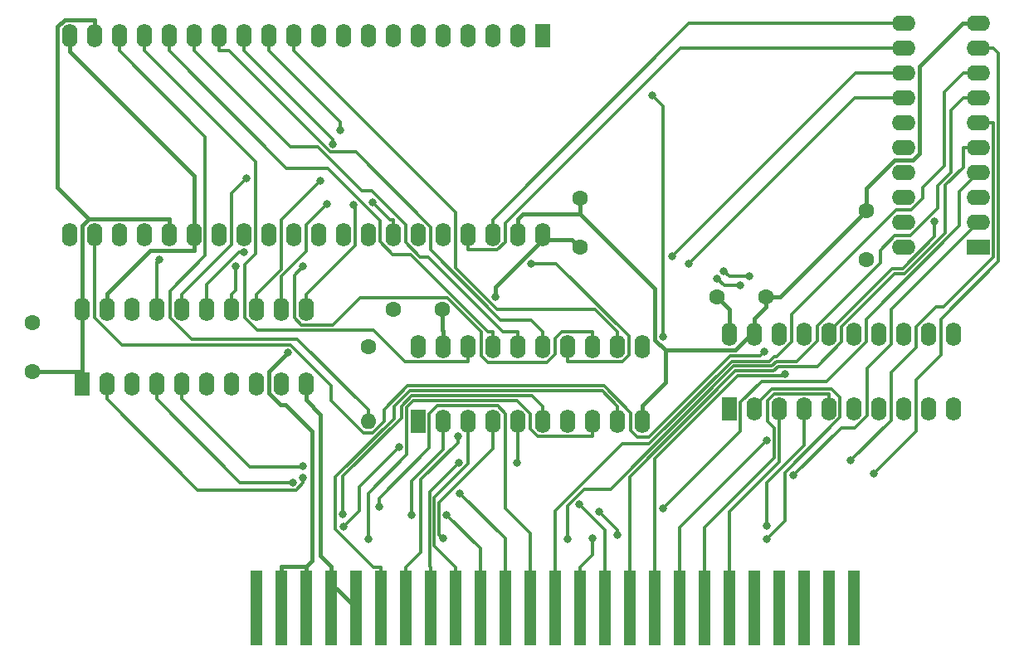
<source format=gbl>
G04 #@! TF.GenerationSoftware,KiCad,Pcbnew,(6.0.9)*
G04 #@! TF.CreationDate,2023-07-19T22:39:00+02:00*
G04 #@! TF.ProjectId,Cartucho_MSX_Tang_Nano_20k_V9958,43617274-7563-4686-9f5f-4d53585f5461,rev?*
G04 #@! TF.SameCoordinates,Original*
G04 #@! TF.FileFunction,Copper,L2,Bot*
G04 #@! TF.FilePolarity,Positive*
%FSLAX46Y46*%
G04 Gerber Fmt 4.6, Leading zero omitted, Abs format (unit mm)*
G04 Created by KiCad (PCBNEW (6.0.9)) date 2023-07-19 22:39:00*
%MOMM*%
%LPD*%
G01*
G04 APERTURE LIST*
G04 #@! TA.AperFunction,SMDPad,CuDef*
%ADD10R,1.270000X7.620000*%
G04 #@! TD*
G04 #@! TA.AperFunction,ComponentPad*
%ADD11C,1.600000*%
G04 #@! TD*
G04 #@! TA.AperFunction,ComponentPad*
%ADD12R,1.600000X2.400000*%
G04 #@! TD*
G04 #@! TA.AperFunction,ComponentPad*
%ADD13O,1.600000X2.400000*%
G04 #@! TD*
G04 #@! TA.AperFunction,ComponentPad*
%ADD14O,1.600000X1.600000*%
G04 #@! TD*
G04 #@! TA.AperFunction,ComponentPad*
%ADD15R,2.400000X1.600000*%
G04 #@! TD*
G04 #@! TA.AperFunction,ComponentPad*
%ADD16O,2.400000X1.600000*%
G04 #@! TD*
G04 #@! TA.AperFunction,ViaPad*
%ADD17C,0.800000*%
G04 #@! TD*
G04 #@! TA.AperFunction,Conductor*
%ADD18C,0.300000*%
G04 #@! TD*
G04 #@! TA.AperFunction,Conductor*
%ADD19C,0.450000*%
G04 #@! TD*
G04 APERTURE END LIST*
D10*
X142240000Y-139700000D03*
X139700000Y-139700000D03*
X137160000Y-139700000D03*
X134620000Y-139700000D03*
X132080000Y-139700000D03*
X129540000Y-139700000D03*
X127000000Y-139700000D03*
X124460000Y-139700000D03*
X121920000Y-139700000D03*
X119380000Y-139700000D03*
X116840000Y-139700000D03*
X114300000Y-139700000D03*
X111760000Y-139700000D03*
X109220000Y-139700000D03*
X106680000Y-139700000D03*
X104140000Y-139700000D03*
X101600000Y-139700000D03*
X99060000Y-139700000D03*
X96520000Y-139700000D03*
X93980000Y-139700000D03*
X91440000Y-139700000D03*
X88900000Y-139700000D03*
X86360000Y-139700000D03*
X83820000Y-139700000D03*
X81280000Y-139700000D03*
D11*
X114300000Y-102870000D03*
X114300000Y-97870000D03*
X95250000Y-109220000D03*
X100250000Y-109220000D03*
X58420000Y-115570000D03*
X58420000Y-110570000D03*
D12*
X63505000Y-116840000D03*
D13*
X66045000Y-116840000D03*
X68585000Y-116840000D03*
X71125000Y-116840000D03*
X73665000Y-116840000D03*
X76205000Y-116840000D03*
X78745000Y-116840000D03*
X81285000Y-116840000D03*
X83825000Y-116840000D03*
X86365000Y-116840000D03*
X86365000Y-109220000D03*
X83825000Y-109220000D03*
X81285000Y-109220000D03*
X78745000Y-109220000D03*
X76205000Y-109220000D03*
X73665000Y-109220000D03*
X71125000Y-109220000D03*
X68585000Y-109220000D03*
X66045000Y-109220000D03*
X63505000Y-109220000D03*
D12*
X110490000Y-81275000D03*
D13*
X107950000Y-81275000D03*
X105410000Y-81275000D03*
X102870000Y-81275000D03*
X100330000Y-81275000D03*
X97790000Y-81275000D03*
X95250000Y-81275000D03*
X92710000Y-81275000D03*
X90170000Y-81275000D03*
X87630000Y-81275000D03*
X85090000Y-81275000D03*
X82550000Y-81275000D03*
X80010000Y-81275000D03*
X77470000Y-81275000D03*
X74930000Y-81275000D03*
X72390000Y-81275000D03*
X69850000Y-81275000D03*
X67310000Y-81275000D03*
X64770000Y-81275000D03*
X62230000Y-81275000D03*
X62230000Y-101595000D03*
X64770000Y-101595000D03*
X67310000Y-101595000D03*
X69850000Y-101595000D03*
X72390000Y-101595000D03*
X74930000Y-101595000D03*
X77470000Y-101595000D03*
X80010000Y-101595000D03*
X82550000Y-101595000D03*
X85090000Y-101595000D03*
X87630000Y-101595000D03*
X90170000Y-101595000D03*
X92710000Y-101595000D03*
X95250000Y-101595000D03*
X97790000Y-101595000D03*
X100330000Y-101595000D03*
X102870000Y-101595000D03*
X105410000Y-101595000D03*
X107950000Y-101595000D03*
X110490000Y-101595000D03*
D12*
X129540000Y-119380000D03*
D13*
X132080000Y-119380000D03*
X134620000Y-119380000D03*
X137160000Y-119380000D03*
X139700000Y-119380000D03*
X142240000Y-119380000D03*
X144780000Y-119380000D03*
X147320000Y-119380000D03*
X149860000Y-119380000D03*
X152400000Y-119380000D03*
X152400000Y-111760000D03*
X149860000Y-111760000D03*
X147320000Y-111760000D03*
X144780000Y-111760000D03*
X142240000Y-111760000D03*
X139700000Y-111760000D03*
X137160000Y-111760000D03*
X134620000Y-111760000D03*
X132080000Y-111760000D03*
X129540000Y-111760000D03*
D11*
X143510000Y-104140000D03*
X143510000Y-99140000D03*
X92710000Y-113030000D03*
D14*
X92710000Y-120650000D03*
D11*
X128270000Y-107950000D03*
X133270000Y-107950000D03*
D12*
X97790000Y-120650000D03*
D13*
X100330000Y-120650000D03*
X102870000Y-120650000D03*
X105410000Y-120650000D03*
X107950000Y-120650000D03*
X110490000Y-120650000D03*
X113030000Y-120650000D03*
X115570000Y-120650000D03*
X118110000Y-120650000D03*
X120650000Y-120650000D03*
X120650000Y-113030000D03*
X118110000Y-113030000D03*
X115570000Y-113030000D03*
X113030000Y-113030000D03*
X110490000Y-113030000D03*
X107950000Y-113030000D03*
X105410000Y-113030000D03*
X102870000Y-113030000D03*
X100330000Y-113030000D03*
X97790000Y-113030000D03*
D15*
X154940000Y-102870000D03*
D16*
X154940000Y-100330000D03*
X154940000Y-97790000D03*
X154940000Y-95250000D03*
X154940000Y-92710000D03*
X154940000Y-90170000D03*
X154940000Y-87630000D03*
X154940000Y-85090000D03*
X154940000Y-82550000D03*
X154940000Y-80010000D03*
X147320000Y-80010000D03*
X147320000Y-82550000D03*
X147320000Y-85090000D03*
X147320000Y-87630000D03*
X147320000Y-90170000D03*
X147320000Y-92710000D03*
X147320000Y-95250000D03*
X147320000Y-97790000D03*
X147320000Y-100330000D03*
X147320000Y-102870000D03*
D17*
X109324300Y-104534300D03*
X89066300Y-92354600D03*
X86073900Y-104836100D03*
X89813800Y-90905600D03*
X122766400Y-111985900D03*
X121667400Y-87370300D03*
X133092900Y-113526600D03*
X150501700Y-100261400D03*
X130633300Y-106799500D03*
X128304900Y-106072100D03*
X131562600Y-105835100D03*
X128982000Y-105290600D03*
X93177800Y-98285100D03*
X125437500Y-104566200D03*
X123738500Y-103772600D03*
X71402000Y-104142300D03*
X80286300Y-95859500D03*
X80010500Y-103419100D03*
X79153600Y-104821700D03*
X87845100Y-96085300D03*
X88492200Y-98430600D03*
X91240800Y-98538700D03*
X113020600Y-132696600D03*
X136107000Y-126184600D03*
X141952700Y-124623700D03*
X115601000Y-132622000D03*
X122785900Y-129545900D03*
X144258000Y-126006300D03*
X135236700Y-115822900D03*
X114236300Y-129146500D03*
X116240700Y-129896700D03*
X118110000Y-132274500D03*
X100701200Y-130205000D03*
X86026400Y-125188400D03*
X102056400Y-127996000D03*
X85035900Y-126905000D03*
X93815500Y-129408400D03*
X92710000Y-132696600D03*
X101832000Y-122200100D03*
X90131800Y-130158500D03*
X107871400Y-124876600D03*
X101914800Y-124876600D03*
X100308400Y-132619300D03*
X97150200Y-130203400D03*
X95880100Y-123245500D03*
X90177300Y-131401000D03*
X133352400Y-122602800D03*
X133350000Y-131279200D03*
X133350000Y-132696600D03*
X86074100Y-126404900D03*
X105652900Y-107962700D03*
X84488700Y-113615100D03*
D18*
X69850000Y-81275000D02*
X69850000Y-82825100D01*
X102870000Y-113030000D02*
X102870000Y-114580100D01*
X96446600Y-114580100D02*
X102870000Y-114580100D01*
X93194100Y-111327600D02*
X96446600Y-114580100D01*
X81347700Y-111327600D02*
X93194100Y-111327600D01*
X80101600Y-110081500D02*
X81347700Y-111327600D01*
X80101600Y-104624500D02*
X80101600Y-110081500D01*
X81180900Y-103545200D02*
X80101600Y-104624500D01*
X81180900Y-94156000D02*
X81180900Y-103545200D01*
X69850000Y-82825100D02*
X81180900Y-94156000D01*
X84355900Y-94791000D02*
X72390000Y-82825100D01*
X88553800Y-94791000D02*
X84355900Y-94791000D01*
X93881500Y-100118700D02*
X88553800Y-94791000D01*
X93881500Y-102305900D02*
X93881500Y-100118700D01*
X95213400Y-103637800D02*
X93881500Y-102305900D01*
X97069600Y-103637800D02*
X95213400Y-103637800D01*
X104911700Y-111479900D02*
X97069600Y-103637800D01*
X105410000Y-111479900D02*
X104911700Y-111479900D01*
X105410000Y-113030000D02*
X105410000Y-111479900D01*
X72390000Y-81275000D02*
X72390000Y-82825100D01*
X107950000Y-113030000D02*
X107950000Y-111479900D01*
X74930000Y-81275000D02*
X74930000Y-82825100D01*
X106399900Y-111479900D02*
X107950000Y-111479900D01*
X98791200Y-103871200D02*
X106399900Y-111479900D01*
X98010400Y-103871200D02*
X98791200Y-103871200D01*
X96520000Y-102380800D02*
X98010400Y-103871200D01*
X96520000Y-100566500D02*
X96520000Y-102380800D01*
X93095300Y-97141800D02*
X96520000Y-100566500D01*
X92085600Y-97141800D02*
X93095300Y-97141800D01*
X87582600Y-92638800D02*
X92085600Y-97141800D01*
X84743700Y-92638800D02*
X87582600Y-92638800D01*
X74930000Y-82825100D02*
X84743700Y-92638800D01*
X110490000Y-113030000D02*
X110490000Y-111479900D01*
X77470000Y-81275000D02*
X77470000Y-82825100D01*
X109303600Y-110293500D02*
X110490000Y-111479900D01*
X106215800Y-110293500D02*
X109303600Y-110293500D01*
X99060000Y-103137700D02*
X106215800Y-110293500D01*
X99060000Y-100798500D02*
X99060000Y-103137700D01*
X91418800Y-93157300D02*
X99060000Y-100798500D01*
X88808300Y-93157300D02*
X91418800Y-93157300D01*
X78476100Y-82825100D02*
X88808300Y-93157300D01*
X77470000Y-82825100D02*
X78476100Y-82825100D01*
X111871800Y-104534300D02*
X109324300Y-104534300D01*
X119267900Y-111930400D02*
X111871800Y-104534300D01*
X119267900Y-113914700D02*
X119267900Y-111930400D01*
X118602500Y-114580100D02*
X119267900Y-113914700D01*
X113030000Y-114580100D02*
X118602500Y-114580100D01*
X89066300Y-91881400D02*
X80010000Y-82825100D01*
X89066300Y-92354600D02*
X89066300Y-91881400D01*
X80010000Y-81275000D02*
X80010000Y-82825100D01*
X113030000Y-113030000D02*
X113030000Y-114580100D01*
X82550000Y-81275000D02*
X82550000Y-82825100D01*
X89813800Y-90088900D02*
X89813800Y-90905600D01*
X82550000Y-82825100D02*
X89813800Y-90088900D01*
X115570000Y-113030000D02*
X115570000Y-111479900D01*
X85156400Y-105753600D02*
X86073900Y-104836100D01*
X85156400Y-110091500D02*
X85156400Y-105753600D01*
X85892300Y-110827400D02*
X85156400Y-110091500D01*
X89106500Y-110827400D02*
X85892300Y-110827400D01*
X91873900Y-108060000D02*
X89106500Y-110827400D01*
X100772500Y-108060000D02*
X91873900Y-108060000D01*
X104259800Y-111547300D02*
X100772500Y-108060000D01*
X104259800Y-113928300D02*
X104259800Y-111547300D01*
X104949200Y-114617700D02*
X104259800Y-113928300D01*
X110939900Y-114617700D02*
X104949200Y-114617700D01*
X111760000Y-113797600D02*
X110939900Y-114617700D01*
X111760000Y-112200600D02*
X111760000Y-113797600D01*
X112480700Y-111479900D02*
X111760000Y-112200600D01*
X115570000Y-111479900D02*
X112480700Y-111479900D01*
X118110000Y-113030000D02*
X118110000Y-111479900D01*
X85090000Y-81275000D02*
X85090000Y-82825100D01*
X115810000Y-109179900D02*
X118110000Y-111479900D01*
X105809400Y-109179900D02*
X115810000Y-109179900D01*
X101600000Y-104970500D02*
X105809400Y-109179900D01*
X101600000Y-99335100D02*
X101600000Y-104970500D01*
X85090000Y-82825100D02*
X101600000Y-99335100D01*
X122766400Y-88469300D02*
X121667400Y-87370300D01*
X122766400Y-111985900D02*
X122766400Y-88469300D01*
X64770000Y-110040400D02*
X64770000Y-101595000D01*
X67574900Y-112845300D02*
X64770000Y-110040400D01*
X84796000Y-112845300D02*
X67574900Y-112845300D01*
X88927600Y-116976900D02*
X84796000Y-112845300D01*
X88927600Y-118531100D02*
X88927600Y-116976900D01*
X92197200Y-121800700D02*
X88927600Y-118531100D01*
X93185700Y-121800700D02*
X92197200Y-121800700D01*
X94316100Y-120670300D02*
X93185700Y-121800700D01*
X94316100Y-119440600D02*
X94316100Y-120670300D01*
X96724000Y-117032700D02*
X94316100Y-119440600D01*
X116750200Y-117032700D02*
X96724000Y-117032700D01*
X119499800Y-119782300D02*
X116750200Y-117032700D01*
X119499800Y-121541800D02*
X119499800Y-119782300D01*
X120177200Y-122219200D02*
X119499800Y-121541800D01*
X121360800Y-122219200D02*
X120177200Y-122219200D01*
X129619600Y-113960400D02*
X121360800Y-122219200D01*
X132659100Y-113960400D02*
X129619600Y-113960400D01*
X133092900Y-113526600D02*
X132659100Y-113960400D01*
X150501700Y-101769600D02*
X150501700Y-100261400D01*
X147231200Y-105040100D02*
X150501700Y-101769600D01*
X146166000Y-105040100D02*
X147231200Y-105040100D01*
X139700000Y-111506100D02*
X146166000Y-105040100D01*
X139700000Y-111760000D02*
X139700000Y-111506100D01*
X129032300Y-106799500D02*
X130633300Y-106799500D01*
X128304900Y-106072100D02*
X129032300Y-106799500D01*
X129526500Y-105835100D02*
X128982000Y-105290600D01*
X131562600Y-105835100D02*
X129526500Y-105835100D01*
X94937600Y-100044900D02*
X95250000Y-100044900D01*
X93177800Y-98285100D02*
X94937600Y-100044900D01*
X95250000Y-101595000D02*
X95250000Y-100044900D01*
X142373700Y-87630000D02*
X125437500Y-104566200D01*
X145769900Y-87630000D02*
X142373700Y-87630000D01*
X147320000Y-87630000D02*
X145769900Y-87630000D01*
X147320000Y-85090000D02*
X145769900Y-85090000D01*
X142421100Y-85090000D02*
X123738500Y-103772600D01*
X145769900Y-85090000D02*
X142421100Y-85090000D01*
X105887500Y-103145100D02*
X102870000Y-103145100D01*
X106680000Y-102352600D02*
X105887500Y-103145100D01*
X106680000Y-100414800D02*
X106680000Y-102352600D01*
X124544800Y-82550000D02*
X106680000Y-100414800D01*
X147320000Y-82550000D02*
X124544800Y-82550000D01*
X102870000Y-101595000D02*
X102870000Y-103145100D01*
X125444900Y-80010000D02*
X105410000Y-100044900D01*
X147320000Y-80010000D02*
X125444900Y-80010000D01*
X105410000Y-101595000D02*
X105410000Y-100044900D01*
X71125000Y-104419300D02*
X71125000Y-109220000D01*
X71402000Y-104142300D02*
X71125000Y-104419300D01*
X78740000Y-102594900D02*
X73665000Y-107669900D01*
X78740000Y-97405800D02*
X78740000Y-102594900D01*
X80286300Y-95859500D02*
X78740000Y-97405800D01*
X73665000Y-109220000D02*
X73665000Y-107669900D01*
X76205000Y-109220000D02*
X76205000Y-107669900D01*
X76205000Y-106709600D02*
X76205000Y-107669900D01*
X79495500Y-103419100D02*
X76205000Y-106709600D01*
X80010500Y-103419100D02*
X79495500Y-103419100D01*
X79153600Y-107261300D02*
X78745000Y-107669900D01*
X79153600Y-104821700D02*
X79153600Y-107261300D01*
X78745000Y-109220000D02*
X78745000Y-107669900D01*
X81285000Y-109220000D02*
X81285000Y-107669900D01*
X83820000Y-105134900D02*
X81285000Y-107669900D01*
X83820000Y-100110400D02*
X83820000Y-105134900D01*
X87845100Y-96085300D02*
X83820000Y-100110400D01*
X83825000Y-105837300D02*
X83825000Y-109220000D01*
X86360000Y-103302300D02*
X83825000Y-105837300D01*
X86360000Y-100562800D02*
X86360000Y-103302300D01*
X88492200Y-98430600D02*
X86360000Y-100562800D01*
X86365000Y-109220000D02*
X86365000Y-107669900D01*
X91339600Y-98637500D02*
X91240800Y-98538700D01*
X91339600Y-102695300D02*
X91339600Y-98637500D01*
X86365000Y-107669900D02*
X91339600Y-102695300D01*
X76084300Y-91599400D02*
X67310000Y-82825100D01*
X76084300Y-103755400D02*
X76084300Y-91599400D01*
X72499000Y-107340700D02*
X76084300Y-103755400D01*
X72499000Y-110099700D02*
X72499000Y-107340700D01*
X74662600Y-112263300D02*
X72499000Y-110099700D01*
X85473400Y-112263300D02*
X74662600Y-112263300D01*
X92710000Y-119499900D02*
X85473400Y-112263300D01*
X92710000Y-120650000D02*
X92710000Y-119499900D01*
X67310000Y-81275000D02*
X67310000Y-82825100D01*
X154940000Y-87630000D02*
X153389900Y-87630000D01*
X113020600Y-129266700D02*
X113020600Y-132696600D01*
X114723100Y-127564200D02*
X113020600Y-129266700D01*
X117430400Y-127564200D02*
X114723100Y-127564200D01*
X129977000Y-115017600D02*
X117430400Y-127564200D01*
X133866700Y-115017600D02*
X129977000Y-115017600D01*
X134363100Y-114521200D02*
X133866700Y-115017600D01*
X136445600Y-114521200D02*
X134363100Y-114521200D01*
X138549800Y-112417000D02*
X136445600Y-114521200D01*
X138549800Y-110876900D02*
X138549800Y-112417000D01*
X144972000Y-104454700D02*
X138549800Y-110876900D01*
X144972000Y-103191500D02*
X144972000Y-104454700D01*
X146443600Y-101719900D02*
X144972000Y-103191500D01*
X147981800Y-101719900D02*
X146443600Y-101719900D01*
X150776000Y-98925700D02*
X147981800Y-101719900D01*
X150776000Y-96636300D02*
X150776000Y-98925700D01*
X152139600Y-95272700D02*
X150776000Y-96636300D01*
X152139600Y-88880300D02*
X152139600Y-95272700D01*
X153389900Y-87630000D02*
X152139600Y-88880300D01*
X154940000Y-85090000D02*
X153389900Y-85090000D01*
X111760000Y-139700000D02*
X111760000Y-135539900D01*
X111760000Y-129807700D02*
X111760000Y-135539900D01*
X118625800Y-122941900D02*
X111760000Y-129807700D01*
X121345500Y-122941900D02*
X118625800Y-122941900D01*
X129769900Y-114517500D02*
X121345500Y-122941900D01*
X133659500Y-114517500D02*
X129769900Y-114517500D01*
X134159600Y-114017400D02*
X133659500Y-114517500D01*
X134393200Y-114017400D02*
X134159600Y-114017400D01*
X135890000Y-112520600D02*
X134393200Y-114017400D01*
X135890000Y-109709400D02*
X135890000Y-112520600D01*
X146539400Y-99060000D02*
X135890000Y-109709400D01*
X148096800Y-99060000D02*
X146539400Y-99060000D01*
X149255700Y-97901100D02*
X148096800Y-99060000D01*
X149255700Y-96742000D02*
X149255700Y-97901100D01*
X151462800Y-94534900D02*
X149255700Y-96742000D01*
X151462800Y-87017100D02*
X151462800Y-94534900D01*
X153389900Y-85090000D02*
X151462800Y-87017100D01*
X140945500Y-121346100D02*
X136107000Y-126184600D01*
X142300600Y-121346100D02*
X140945500Y-121346100D01*
X143629800Y-120016900D02*
X142300600Y-121346100D01*
X143629800Y-115218200D02*
X143629800Y-120016900D01*
X146038200Y-112809800D02*
X143629800Y-115218200D01*
X146038200Y-109231800D02*
X146038200Y-112809800D01*
X154940000Y-100330000D02*
X146038200Y-109231800D01*
X115601000Y-134238900D02*
X114300000Y-135539900D01*
X115601000Y-132622000D02*
X115601000Y-134238900D01*
X114300000Y-139700000D02*
X114300000Y-135539900D01*
X154940000Y-90170000D02*
X156490100Y-90170000D01*
X146038000Y-120538400D02*
X141952700Y-124623700D01*
X146038000Y-115629100D02*
X146038000Y-120538400D01*
X148590000Y-113077100D02*
X146038000Y-115629100D01*
X148590000Y-110960100D02*
X148590000Y-113077100D01*
X150604900Y-108945200D02*
X148590000Y-110960100D01*
X151393500Y-108945200D02*
X150604900Y-108945200D01*
X156490100Y-103848600D02*
X151393500Y-108945200D01*
X156490100Y-90170000D02*
X156490100Y-103848600D01*
X130690200Y-121641600D02*
X122785900Y-129545900D01*
X130690200Y-118722600D02*
X130690200Y-121641600D01*
X132836600Y-116576200D02*
X130690200Y-118722600D01*
X139474400Y-116576200D02*
X132836600Y-116576200D01*
X143510000Y-112540600D02*
X139474400Y-116576200D01*
X143510000Y-110196800D02*
X143510000Y-112540600D01*
X153010000Y-100696800D02*
X143510000Y-110196800D01*
X153010000Y-97180000D02*
X153010000Y-100696800D01*
X154940000Y-95250000D02*
X153010000Y-97180000D01*
X154940000Y-92710000D02*
X153389900Y-92710000D01*
X119380000Y-139700000D02*
X119380000Y-135539900D01*
X153389900Y-94729600D02*
X153389900Y-92710000D01*
X151569200Y-96550300D02*
X153389900Y-94729600D01*
X151569200Y-101409500D02*
X151569200Y-96550300D01*
X147408200Y-105570500D02*
X151569200Y-101409500D01*
X146392200Y-105570500D02*
X147408200Y-105570500D01*
X140970000Y-110992700D02*
X146392200Y-105570500D01*
X140970000Y-112538900D02*
X140970000Y-110992700D01*
X138487600Y-115021300D02*
X140970000Y-112538900D01*
X134570200Y-115021300D02*
X138487600Y-115021300D01*
X134073800Y-115517700D02*
X134570200Y-115021300D01*
X130184000Y-115517700D02*
X134073800Y-115517700D01*
X119380000Y-126321700D02*
X130184000Y-115517700D01*
X119380000Y-135539900D02*
X119380000Y-126321700D01*
X148598100Y-121666200D02*
X144258000Y-126006300D01*
X148598100Y-116435200D02*
X148598100Y-121666200D01*
X151130000Y-113903300D02*
X148598100Y-116435200D01*
X151130000Y-110210600D02*
X151130000Y-113903300D01*
X156993900Y-104346700D02*
X151130000Y-110210600D01*
X156993900Y-83053800D02*
X156993900Y-104346700D01*
X156490100Y-82550000D02*
X156993900Y-83053800D01*
X154940000Y-82550000D02*
X156490100Y-82550000D01*
X121920000Y-139700000D02*
X121920000Y-135539900D01*
X135041800Y-116017800D02*
X135236700Y-115822900D01*
X130391200Y-116017800D02*
X135041800Y-116017800D01*
X121920000Y-124489000D02*
X130391200Y-116017800D01*
X121920000Y-135539900D02*
X121920000Y-124489000D01*
X116840000Y-131750200D02*
X114236300Y-129146500D01*
X116840000Y-139700000D02*
X116840000Y-131750200D01*
X118110000Y-131766000D02*
X116240700Y-129896700D01*
X118110000Y-132274500D02*
X118110000Y-131766000D01*
X104140000Y-139700000D02*
X104140000Y-135539900D01*
X104140000Y-133643800D02*
X100701200Y-130205000D01*
X104140000Y-135539900D02*
X104140000Y-133643800D01*
X85909800Y-125305000D02*
X86026400Y-125188400D01*
X80579900Y-125305000D02*
X85909800Y-125305000D01*
X73665000Y-118390100D02*
X80579900Y-125305000D01*
X106680000Y-132619600D02*
X102056400Y-127996000D01*
X106680000Y-139700000D02*
X106680000Y-132619600D01*
X73665000Y-116840000D02*
X73665000Y-118390100D01*
X71125000Y-116840000D02*
X71125000Y-118390100D01*
X79639900Y-126905000D02*
X85035900Y-126905000D01*
X71125000Y-118390100D02*
X79639900Y-126905000D01*
X93815500Y-128524800D02*
X93815500Y-129408400D01*
X98940200Y-123400100D02*
X93815500Y-128524800D01*
X98940200Y-119906100D02*
X98940200Y-123400100D01*
X99768700Y-119077600D02*
X98940200Y-119906100D01*
X105893700Y-119077600D02*
X99768700Y-119077600D01*
X106680000Y-119863900D02*
X105893700Y-119077600D01*
X106680000Y-129566900D02*
X106680000Y-119863900D01*
X109220000Y-132106900D02*
X106680000Y-129566900D01*
X109220000Y-139700000D02*
X109220000Y-132106900D01*
X118110000Y-120650000D02*
X118110000Y-119099900D01*
X93980000Y-139700000D02*
X93980000Y-135539900D01*
X93231700Y-135539900D02*
X93980000Y-135539900D01*
X89370700Y-131678900D02*
X93231700Y-135539900D01*
X89370700Y-126323100D02*
X89370700Y-131678900D01*
X95316300Y-120377500D02*
X89370700Y-126323100D01*
X95316300Y-119152700D02*
X95316300Y-120377500D01*
X96919900Y-117549100D02*
X95316300Y-119152700D01*
X116559200Y-117549100D02*
X96919900Y-117549100D01*
X118110000Y-119099900D02*
X116559200Y-117549100D01*
X92710000Y-127986800D02*
X92710000Y-132696600D01*
X96639900Y-124056900D02*
X92710000Y-127986800D01*
X96639900Y-119243900D02*
X96639900Y-124056900D01*
X97334300Y-118549500D02*
X96639900Y-119243900D01*
X107898400Y-118549500D02*
X97334300Y-118549500D01*
X109220000Y-119871100D02*
X107898400Y-118549500D01*
X109220000Y-121452700D02*
X109220000Y-119871100D01*
X109967400Y-122200100D02*
X109220000Y-121452700D01*
X115570000Y-122200100D02*
X109967400Y-122200100D01*
X115570000Y-120650000D02*
X115570000Y-122200100D01*
X96520000Y-139700000D02*
X96520000Y-135539900D01*
X101832000Y-122854700D02*
X101832000Y-122200100D01*
X98074800Y-126611900D02*
X101832000Y-122854700D01*
X98074800Y-133985100D02*
X98074800Y-126611900D01*
X96520000Y-135539900D02*
X98074800Y-133985100D01*
X90131800Y-126269400D02*
X90131800Y-130158500D01*
X96089000Y-120312200D02*
X90131800Y-126269400D01*
X96089000Y-119087400D02*
X96089000Y-120312200D01*
X97127100Y-118049300D02*
X96089000Y-119087400D01*
X109439400Y-118049300D02*
X97127100Y-118049300D01*
X110490000Y-119099900D02*
X109439400Y-118049300D01*
X110490000Y-120650000D02*
X110490000Y-119099900D01*
X99060000Y-139700000D02*
X99060000Y-135539900D01*
X107950000Y-124798000D02*
X107871400Y-124876600D01*
X107950000Y-120650000D02*
X107950000Y-124798000D01*
X98950900Y-135430800D02*
X99060000Y-135539900D01*
X98950900Y-127840500D02*
X98950900Y-135430800D01*
X101914800Y-124876600D02*
X98950900Y-127840500D01*
X99951100Y-132262000D02*
X100308400Y-132619300D01*
X99951100Y-128931600D02*
X99951100Y-132262000D01*
X105410000Y-123472700D02*
X99951100Y-128931600D01*
X105410000Y-120650000D02*
X105410000Y-123472700D01*
X101600000Y-139700000D02*
X101600000Y-135539900D01*
X99451000Y-133390900D02*
X101600000Y-135539900D01*
X99451000Y-128408200D02*
X99451000Y-133390900D01*
X102870000Y-124989200D02*
X99451000Y-128408200D01*
X102870000Y-120650000D02*
X102870000Y-124989200D01*
X100330000Y-123563900D02*
X100330000Y-120650000D01*
X97150200Y-126743700D02*
X100330000Y-123563900D01*
X97150200Y-130203400D02*
X97150200Y-126743700D01*
X91823200Y-127302400D02*
X95880100Y-123245500D01*
X91823200Y-129755100D02*
X91823200Y-127302400D01*
X90177300Y-131401000D02*
X91823200Y-129755100D01*
X124460000Y-131495200D02*
X124460000Y-139700000D01*
X133352400Y-122602800D02*
X124460000Y-131495200D01*
X139700000Y-119380000D02*
X139700000Y-117829900D01*
X127000000Y-131497800D02*
X127000000Y-139700000D01*
X134102700Y-124395100D02*
X127000000Y-131497800D01*
X134102700Y-121291600D02*
X134102700Y-124395100D01*
X133428400Y-120617300D02*
X134102700Y-121291600D01*
X133428400Y-118537100D02*
X133428400Y-120617300D01*
X134135600Y-117829900D02*
X133428400Y-118537100D01*
X139700000Y-117829900D02*
X134135600Y-117829900D01*
X137160000Y-119380000D02*
X137160000Y-120930100D01*
X137160000Y-123095300D02*
X137160000Y-120930100D01*
X133350000Y-126905300D02*
X137160000Y-123095300D01*
X133350000Y-131279200D02*
X133350000Y-126905300D01*
X129540000Y-129836500D02*
X129540000Y-139700000D01*
X134620000Y-124756500D02*
X129540000Y-129836500D01*
X134620000Y-120930100D02*
X134620000Y-124756500D01*
X134620000Y-119380000D02*
X134620000Y-120930100D01*
X135245900Y-130800700D02*
X133350000Y-132696600D01*
X135245900Y-125863600D02*
X135245900Y-130800700D01*
X140853000Y-120256500D02*
X135245900Y-125863600D01*
X140853000Y-118228600D02*
X140853000Y-120256500D01*
X139954100Y-117329700D02*
X140853000Y-118228600D01*
X133871400Y-117329700D02*
X139954100Y-117329700D01*
X132080000Y-119121100D02*
X133871400Y-117329700D01*
X132080000Y-119380000D02*
X132080000Y-119121100D01*
X86074100Y-126928100D02*
X86074100Y-126404900D01*
X85345600Y-127656600D02*
X86074100Y-126928100D01*
X75311500Y-127656600D02*
X85345600Y-127656600D01*
X66045000Y-118390100D02*
X75311500Y-127656600D01*
X66045000Y-116840000D02*
X66045000Y-118390100D01*
D19*
X110490000Y-101595000D02*
X110490000Y-102075000D01*
X86360000Y-139700000D02*
X86360000Y-135464900D01*
X83820000Y-135464900D02*
X86360000Y-135464900D01*
X83820000Y-139700000D02*
X83820000Y-135464900D01*
X113505000Y-102075000D02*
X114300000Y-102870000D01*
X110490000Y-102075000D02*
X113505000Y-102075000D01*
X82555000Y-115548800D02*
X84488700Y-113615100D01*
X82555000Y-117733100D02*
X82555000Y-115548800D01*
X83751300Y-118929400D02*
X82555000Y-117733100D01*
X84248300Y-118929400D02*
X83751300Y-118929400D01*
X86944900Y-121626000D02*
X84248300Y-118929400D01*
X86944900Y-134880000D02*
X86944900Y-121626000D01*
X86360000Y-135464900D02*
X86944900Y-134880000D01*
X105652900Y-106912100D02*
X105652900Y-107962700D01*
X110490000Y-102075000D02*
X105652900Y-106912100D01*
X70419800Y-103220100D02*
X66045000Y-107594900D01*
X74930000Y-103220100D02*
X70419800Y-103220100D01*
X74930000Y-101595000D02*
X74930000Y-103220100D01*
X66045000Y-109220000D02*
X66045000Y-107594900D01*
X62230000Y-81275000D02*
X62230000Y-82900100D01*
X74930000Y-95600100D02*
X74930000Y-101595000D01*
X62230000Y-82900100D02*
X74930000Y-95600100D01*
X87839900Y-134404800D02*
X88900000Y-135464900D01*
X87839900Y-119940000D02*
X87839900Y-134404800D01*
X86365000Y-118465100D02*
X87839900Y-119940000D01*
X86365000Y-116840000D02*
X86365000Y-118465100D01*
X88900000Y-139700000D02*
X88900000Y-137744900D01*
X88900000Y-137744900D02*
X88900000Y-135464900D01*
X89484900Y-137744900D02*
X91440000Y-139700000D01*
X88900000Y-137744900D02*
X89484900Y-137744900D01*
X100250000Y-111324900D02*
X100250000Y-109220000D01*
X100330000Y-111404900D02*
X100250000Y-111324900D01*
X100330000Y-113030000D02*
X100330000Y-111404900D01*
X107950000Y-101595000D02*
X107950000Y-99969900D01*
X133270000Y-108944900D02*
X132080000Y-110134900D01*
X133270000Y-107950000D02*
X133270000Y-108944900D01*
X132080000Y-111760000D02*
X132080000Y-111453200D01*
X132080000Y-111453200D02*
X132080000Y-110134900D01*
X120650000Y-120650000D02*
X120650000Y-119024900D01*
X114300000Y-97870000D02*
X114300000Y-99479900D01*
X108440000Y-99479900D02*
X107950000Y-99969900D01*
X114300000Y-99479900D02*
X108440000Y-99479900D01*
X122998900Y-116676000D02*
X122998900Y-113385200D01*
X120650000Y-119024900D02*
X122998900Y-116676000D01*
X121941300Y-112327600D02*
X122998900Y-113385200D01*
X121941300Y-107121200D02*
X121941300Y-112327600D01*
X114300000Y-99479900D02*
X121941300Y-107121200D01*
X130148000Y-113385200D02*
X132080000Y-111453200D01*
X122998900Y-113385200D02*
X130148000Y-113385200D01*
X154940000Y-80010000D02*
X153314900Y-80010000D01*
X134700000Y-107950000D02*
X143510000Y-99140000D01*
X133270000Y-107950000D02*
X134700000Y-107950000D01*
X148945200Y-84379700D02*
X153314900Y-80010000D01*
X148945200Y-93261900D02*
X148945200Y-84379700D01*
X148227100Y-93980000D02*
X148945200Y-93261900D01*
X146410100Y-93980000D02*
X148227100Y-93980000D01*
X143510000Y-96880100D02*
X146410100Y-93980000D01*
X143510000Y-99140000D02*
X143510000Y-96880100D01*
X72390000Y-101595000D02*
X72390000Y-99969900D01*
X60974400Y-96749200D02*
X64195100Y-99969900D01*
X60974400Y-80375000D02*
X60974400Y-96749200D01*
X61699500Y-79649900D02*
X60974400Y-80375000D01*
X64770000Y-79649900D02*
X61699500Y-79649900D01*
X72390000Y-99969900D02*
X64195100Y-99969900D01*
X64770000Y-81275000D02*
X64770000Y-79649900D01*
X63505000Y-100660000D02*
X63505000Y-109220000D01*
X64195100Y-99969900D02*
X63505000Y-100660000D01*
X63505000Y-115570000D02*
X58420000Y-115570000D01*
X63505000Y-109220000D02*
X63505000Y-115570000D01*
X63505000Y-115570000D02*
X63505000Y-116840000D01*
X129540000Y-109220000D02*
X129540000Y-111760000D01*
X128270000Y-107950000D02*
X129540000Y-109220000D01*
M02*

</source>
